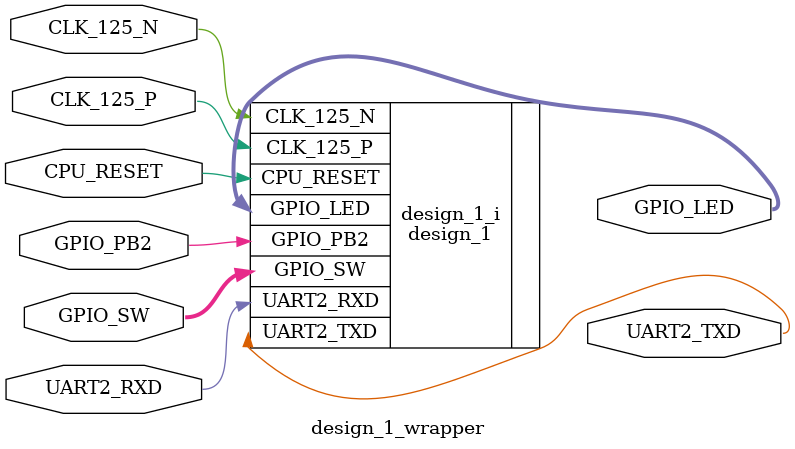
<source format=v>
`timescale 1 ps / 1 ps

module design_1_wrapper
   (CLK_125_N,
    CLK_125_P,
    CPU_RESET,
    GPIO_LED,
    GPIO_PB2,
    GPIO_SW,
    UART2_RXD,
    UART2_TXD);
  input CLK_125_N;
  input CLK_125_P;
  input CPU_RESET;
  output [3:0]GPIO_LED;
  input GPIO_PB2;
  input [3:0]GPIO_SW;
  input UART2_RXD;
  output UART2_TXD;

  wire CLK_125_N;
  wire CLK_125_P;
  wire CPU_RESET;
  wire [3:0]GPIO_LED;
  wire GPIO_PB2;
  wire [3:0]GPIO_SW;
  wire UART2_RXD;
  wire UART2_TXD;

  design_1 design_1_i
       (.CLK_125_N(CLK_125_N),
        .CLK_125_P(CLK_125_P),
        .CPU_RESET(CPU_RESET),
        .GPIO_LED(GPIO_LED),
        .GPIO_PB2(GPIO_PB2),
        .GPIO_SW(GPIO_SW),
        .UART2_RXD(UART2_RXD),
        .UART2_TXD(UART2_TXD));
endmodule

</source>
